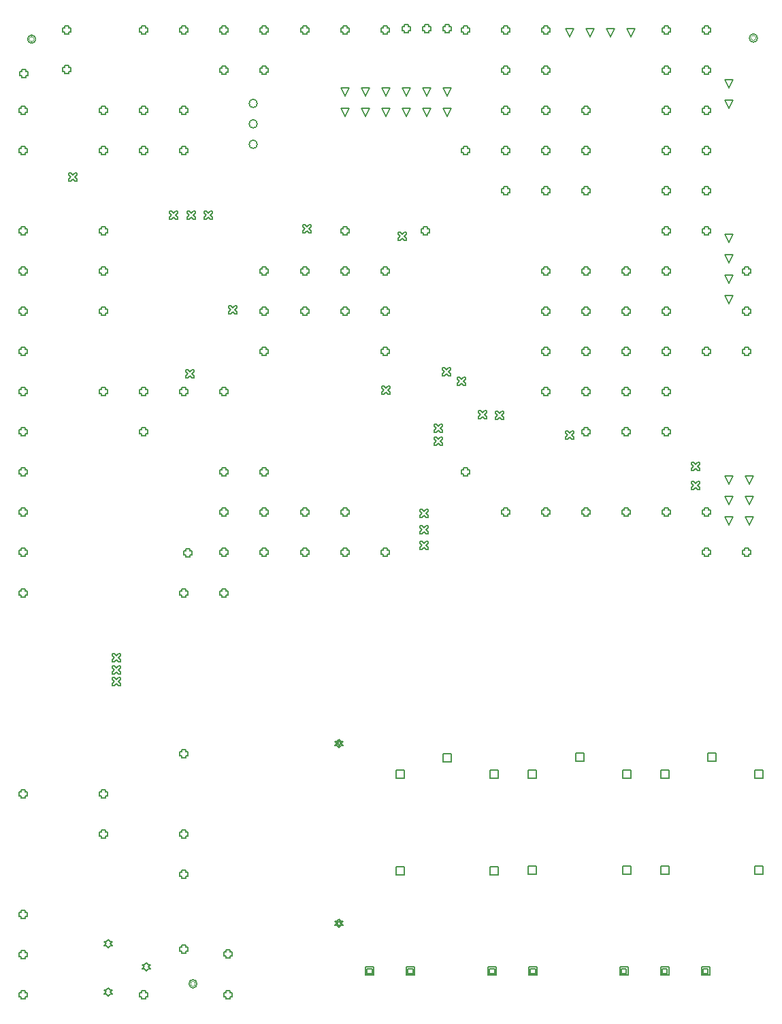
<source format=gbr>
G04*
G04 #@! TF.GenerationSoftware,Altium Limited,Altium Designer,24.2.2 (26)*
G04*
G04 Layer_Color=2752767*
%FSLAX44Y44*%
%MOMM*%
G71*
G04*
G04 #@! TF.SameCoordinates,B60BE1A1-B81C-4E43-A62B-C970C25FC29D*
G04*
G04*
G04 #@! TF.FilePolarity,Positive*
G04*
G01*
G75*
%ADD15C,0.1270*%
%ADD134C,0.1693*%
%ADD135C,0.1016*%
D15*
X855980Y1491488D02*
X850900Y1501648D01*
X861060D01*
X855980Y1491488D01*
X830580D02*
X825500Y1501648D01*
X835660D01*
X830580Y1491488D01*
X805180D02*
X800100Y1501648D01*
X810260D01*
X805180Y1491488D01*
X779780D02*
X774700Y1501648D01*
X784860D01*
X779780Y1491488D01*
X252740Y329360D02*
X255280Y331900D01*
X257820D01*
X255280Y334440D01*
X257820Y336980D01*
X255280D01*
X252740Y339520D01*
X250200Y336980D01*
X247660D01*
X250200Y334440D01*
X247660Y331900D01*
X250200D01*
X252740Y329360D01*
X205740Y298360D02*
X208280Y300900D01*
X210820D01*
X208280Y303440D01*
X210820Y305980D01*
X208280D01*
X205740Y308520D01*
X203200Y305980D01*
X200660D01*
X203200Y303440D01*
X200660Y300900D01*
X203200D01*
X205740Y298360D01*
Y358360D02*
X208280Y360900D01*
X210820D01*
X208280Y363440D01*
X210820Y365980D01*
X208280D01*
X205740Y368520D01*
X203200Y365980D01*
X200660D01*
X203200Y363440D01*
X200660Y360900D01*
X203200D01*
X205740Y358360D01*
X576580Y324480D02*
Y334640D01*
X586740D01*
Y324480D01*
X576580D01*
X578612Y326512D02*
Y332608D01*
X584708D01*
Y326512D01*
X578612D01*
X525780Y324480D02*
Y334640D01*
X535940D01*
Y324480D01*
X525780D01*
X527812Y326512D02*
Y332608D01*
X533908D01*
Y326512D01*
X527812D01*
X1003300Y883920D02*
X998220Y894080D01*
X1008380D01*
X1003300Y883920D01*
X977900D02*
X972820Y894080D01*
X982980D01*
X977900Y883920D01*
X1003300Y909320D02*
X998220Y919480D01*
X1008380D01*
X1003300Y909320D01*
X977900D02*
X972820Y919480D01*
X982980D01*
X977900Y909320D01*
X1003300Y934720D02*
X998220Y944880D01*
X1008380D01*
X1003300Y934720D01*
X977900D02*
X972820Y944880D01*
X982980D01*
X977900Y934720D01*
X728980Y324480D02*
Y334640D01*
X739140D01*
Y324480D01*
X728980D01*
X731012Y326512D02*
Y332608D01*
X737108D01*
Y326512D01*
X731012D01*
X678180Y324480D02*
Y334640D01*
X688340D01*
Y324480D01*
X678180D01*
X680212Y326512D02*
Y332608D01*
X686308D01*
Y326512D01*
X680212D01*
X842010Y324480D02*
Y334640D01*
X852170D01*
Y324480D01*
X842010D01*
X844042Y326512D02*
Y332608D01*
X850138D01*
Y326512D01*
X844042D01*
X892810Y324480D02*
Y334640D01*
X902970D01*
Y324480D01*
X892810D01*
X894842Y326512D02*
Y332608D01*
X900938D01*
Y326512D01*
X894842D01*
X943610Y324480D02*
Y334640D01*
X953770D01*
Y324480D01*
X943610D01*
X945642Y326512D02*
Y332608D01*
X951738D01*
Y326512D01*
X945642D01*
X574040Y1498600D02*
Y1496060D01*
X579120D01*
Y1498600D01*
X581660D01*
Y1503680D01*
X579120D01*
Y1506220D01*
X574040D01*
Y1503680D01*
X571500D01*
Y1498600D01*
X574040D01*
X599440D02*
Y1496060D01*
X604520D01*
Y1498600D01*
X607060D01*
Y1503680D01*
X604520D01*
Y1506220D01*
X599440D01*
Y1503680D01*
X596900D01*
Y1498600D01*
X599440D01*
X624840D02*
Y1496060D01*
X629920D01*
Y1498600D01*
X632460D01*
Y1503680D01*
X629920D01*
Y1506220D01*
X624840D01*
Y1503680D01*
X622300D01*
Y1498600D01*
X624840D01*
X977900Y1402510D02*
X972820Y1412670D01*
X982980D01*
X977900Y1402510D01*
Y1427910D02*
X972820Y1438070D01*
X982980D01*
X977900Y1427910D01*
Y1235710D02*
X972820Y1245870D01*
X982980D01*
X977900Y1235710D01*
Y1210310D02*
X972820Y1220470D01*
X982980D01*
X977900Y1210310D01*
Y1184910D02*
X972820Y1195070D01*
X982980D01*
X977900Y1184910D01*
Y1159510D02*
X972820Y1169670D01*
X982980D01*
X977900Y1159510D01*
X728320Y569580D02*
Y579740D01*
X738480D01*
Y569580D01*
X728320D01*
Y449580D02*
Y459740D01*
X738480D01*
Y449580D01*
X728320D01*
X845820Y569580D02*
Y579740D01*
X855980D01*
Y569580D01*
X845820D01*
Y449580D02*
Y459740D01*
X855980D01*
Y449580D01*
X845820D01*
X787070Y590080D02*
Y600240D01*
X797230D01*
Y590080D01*
X787070D01*
X563550Y569180D02*
Y579340D01*
X573710D01*
Y569180D01*
X563550D01*
Y449180D02*
Y459340D01*
X573710D01*
Y449180D01*
X563550D01*
X681050Y569180D02*
Y579340D01*
X691210D01*
Y569180D01*
X681050D01*
Y449180D02*
Y459340D01*
X691210D01*
Y449180D01*
X681050D01*
X622300Y589680D02*
Y599840D01*
X632460D01*
Y589680D01*
X622300D01*
X892810Y569580D02*
Y579740D01*
X902970D01*
Y569580D01*
X892810D01*
Y449580D02*
Y459740D01*
X902970D01*
Y449580D01*
X892810D01*
X1010310Y569580D02*
Y579740D01*
X1020470D01*
Y569580D01*
X1010310D01*
Y449580D02*
Y459740D01*
X1020470D01*
Y449580D01*
X1010310D01*
X951560Y590080D02*
Y600240D01*
X961720D01*
Y590080D01*
X951560D01*
X493014Y607822D02*
X495554Y610362D01*
X498094D01*
X495554Y612902D01*
X498094Y615442D01*
X495554D01*
X493014Y617982D01*
X490474Y615442D01*
X487934D01*
X490474Y612902D01*
X487934Y610362D01*
X490474D01*
X493014Y607822D01*
Y609854D02*
X494538Y611378D01*
X496062D01*
X494538Y612902D01*
X496062Y614426D01*
X494538D01*
X493014Y615950D01*
X491490Y614426D01*
X489966D01*
X491490Y612902D01*
X489966Y611378D01*
X491490D01*
X493014Y609854D01*
X492760Y383540D02*
X495300Y386080D01*
X497840D01*
X495300Y388620D01*
X497840Y391160D01*
X495300D01*
X492760Y393700D01*
X490220Y391160D01*
X487680D01*
X490220Y388620D01*
X487680Y386080D01*
X490220D01*
X492760Y383540D01*
Y385572D02*
X494284Y387096D01*
X495808D01*
X494284Y388620D01*
X495808Y390144D01*
X494284D01*
X492760Y391668D01*
X491236Y390144D01*
X489712D01*
X491236Y388620D01*
X489712Y387096D01*
X491236D01*
X492760Y385572D01*
X627380Y1417320D02*
X622300Y1427480D01*
X632460D01*
X627380Y1417320D01*
Y1391920D02*
X622300Y1402080D01*
X632460D01*
X627380Y1391920D01*
X601980Y1417320D02*
X596900Y1427480D01*
X607060D01*
X601980Y1417320D01*
X576580D02*
X571500Y1427480D01*
X581660D01*
X576580Y1417320D01*
X551180D02*
X546100Y1427480D01*
X556260D01*
X551180Y1417320D01*
X525780D02*
X520700Y1427480D01*
X530860D01*
X525780Y1417320D01*
X500380D02*
X495300Y1427480D01*
X505460D01*
X500380Y1417320D01*
X601980Y1391920D02*
X596900Y1402080D01*
X607060D01*
X601980Y1391920D01*
X576580D02*
X571500Y1402080D01*
X581660D01*
X576580Y1391920D01*
X551180D02*
X546100Y1402080D01*
X556260D01*
X551180Y1391920D01*
X525780D02*
X520700Y1402080D01*
X530860D01*
X525780Y1391920D01*
X500380D02*
X495300Y1402080D01*
X505460D01*
X500380Y1391920D01*
X610870Y982980D02*
X613410D01*
X615950Y985520D01*
X618490Y982980D01*
X621030D01*
Y985520D01*
X618490Y988060D01*
X621030Y990600D01*
Y993140D01*
X618490D01*
X615950Y990600D01*
X613410Y993140D01*
X610870D01*
Y990600D01*
X613410Y988060D01*
X610870Y985520D01*
Y982980D01*
Y999490D02*
X613410D01*
X615950Y1002030D01*
X618490Y999490D01*
X621030D01*
Y1002030D01*
X618490Y1004570D01*
X621030Y1007110D01*
Y1009650D01*
X618490D01*
X615950Y1007110D01*
X613410Y1009650D01*
X610870D01*
Y1007110D01*
X613410Y1004570D01*
X610870Y1002030D01*
Y999490D01*
X302260Y847090D02*
Y844550D01*
X307340D01*
Y847090D01*
X309880D01*
Y852170D01*
X307340D01*
Y854710D01*
X302260D01*
Y852170D01*
X299720D01*
Y847090D01*
X302260D01*
X281940Y1264469D02*
X284480D01*
X287020Y1267009D01*
X289560Y1264469D01*
X292100D01*
Y1267009D01*
X289560Y1269548D01*
X292100Y1272088D01*
Y1274629D01*
X289560D01*
X287020Y1272088D01*
X284480Y1274629D01*
X281940D01*
Y1272088D01*
X284480Y1269548D01*
X281940Y1267009D01*
Y1264469D01*
X303530D02*
X306070D01*
X308610Y1267009D01*
X311150Y1264469D01*
X313690D01*
Y1267009D01*
X311150Y1269548D01*
X313690Y1272088D01*
Y1274629D01*
X311150D01*
X308610Y1272088D01*
X306070Y1274629D01*
X303530D01*
Y1272088D01*
X306070Y1269548D01*
X303530Y1267009D01*
Y1264469D01*
X197460Y1147460D02*
Y1144920D01*
X202540D01*
Y1147460D01*
X205080D01*
Y1152540D01*
X202540D01*
Y1155080D01*
X197460D01*
Y1152540D01*
X194920D01*
Y1147460D01*
X197460D01*
X547460Y847460D02*
Y844920D01*
X552540D01*
Y847460D01*
X555080D01*
Y852540D01*
X552540D01*
Y855080D01*
X547460D01*
Y852540D01*
X544920D01*
Y847460D01*
X547460D01*
X151130Y1497330D02*
Y1494790D01*
X156210D01*
Y1497330D01*
X158750D01*
Y1502410D01*
X156210D01*
Y1504950D01*
X151130D01*
Y1502410D01*
X148590D01*
Y1497330D01*
X151130D01*
X97790Y1442720D02*
Y1440180D01*
X102870D01*
Y1442720D01*
X105410D01*
Y1447800D01*
X102870D01*
Y1450340D01*
X97790D01*
Y1447800D01*
X95250D01*
Y1442720D01*
X97790D01*
X151130Y1447800D02*
Y1445260D01*
X156210D01*
Y1447800D01*
X158750D01*
Y1452880D01*
X156210D01*
Y1455420D01*
X151130D01*
Y1452880D01*
X148590D01*
Y1447800D01*
X151130D01*
X351790Y297180D02*
Y294640D01*
X356870D01*
Y297180D01*
X359410D01*
Y302260D01*
X356870D01*
Y304800D01*
X351790D01*
Y302260D01*
X349250D01*
Y297180D01*
X351790D01*
X297180Y354330D02*
Y351790D01*
X302260D01*
Y354330D01*
X304800D01*
Y359410D01*
X302260D01*
Y361950D01*
X297180D01*
Y359410D01*
X294640D01*
Y354330D01*
X297180D01*
X351790Y347980D02*
Y345440D01*
X356870D01*
Y347980D01*
X359410D01*
Y353060D01*
X356870D01*
Y355600D01*
X351790D01*
Y353060D01*
X349250D01*
Y347980D01*
X351790D01*
X997460Y1197460D02*
Y1194920D01*
X1002540D01*
Y1197460D01*
X1005080D01*
Y1202540D01*
X1002540D01*
Y1205080D01*
X997460D01*
Y1202540D01*
X994920D01*
Y1197460D01*
X997460D01*
Y1147460D02*
Y1144920D01*
X1002540D01*
Y1147460D01*
X1005080D01*
Y1152540D01*
X1002540D01*
Y1155080D01*
X997460D01*
Y1152540D01*
X994920D01*
Y1147460D01*
X997460D01*
Y1097460D02*
Y1094920D01*
X1002540D01*
Y1097460D01*
X1005080D01*
Y1102540D01*
X1002540D01*
Y1105080D01*
X997460D01*
Y1102540D01*
X994920D01*
Y1097460D01*
X997460D01*
Y847460D02*
Y844920D01*
X1002540D01*
Y847460D01*
X1005080D01*
Y852540D01*
X1002540D01*
Y855080D01*
X997460D01*
Y852540D01*
X994920D01*
Y847460D01*
X997460D01*
X947460Y1497460D02*
Y1494920D01*
X952540D01*
Y1497460D01*
X955080D01*
Y1502540D01*
X952540D01*
Y1505080D01*
X947460D01*
Y1502540D01*
X944920D01*
Y1497460D01*
X947460D01*
Y1447460D02*
Y1444920D01*
X952540D01*
Y1447460D01*
X955080D01*
Y1452540D01*
X952540D01*
Y1455080D01*
X947460D01*
Y1452540D01*
X944920D01*
Y1447460D01*
X947460D01*
Y1397460D02*
Y1394920D01*
X952540D01*
Y1397460D01*
X955080D01*
Y1402540D01*
X952540D01*
Y1405080D01*
X947460D01*
Y1402540D01*
X944920D01*
Y1397460D01*
X947460D01*
Y1347460D02*
Y1344920D01*
X952540D01*
Y1347460D01*
X955080D01*
Y1352540D01*
X952540D01*
Y1355080D01*
X947460D01*
Y1352540D01*
X944920D01*
Y1347460D01*
X947460D01*
Y1297460D02*
Y1294920D01*
X952540D01*
Y1297460D01*
X955080D01*
Y1302540D01*
X952540D01*
Y1305080D01*
X947460D01*
Y1302540D01*
X944920D01*
Y1297460D01*
X947460D01*
Y1247460D02*
Y1244920D01*
X952540D01*
Y1247460D01*
X955080D01*
Y1252540D01*
X952540D01*
Y1255080D01*
X947460D01*
Y1252540D01*
X944920D01*
Y1247460D01*
X947460D01*
Y1097460D02*
Y1094920D01*
X952540D01*
Y1097460D01*
X955080D01*
Y1102540D01*
X952540D01*
Y1105080D01*
X947460D01*
Y1102540D01*
X944920D01*
Y1097460D01*
X947460D01*
Y897460D02*
Y894920D01*
X952540D01*
Y897460D01*
X955080D01*
Y902540D01*
X952540D01*
Y905080D01*
X947460D01*
Y902540D01*
X944920D01*
Y897460D01*
X947460D01*
Y847460D02*
Y844920D01*
X952540D01*
Y847460D01*
X955080D01*
Y852540D01*
X952540D01*
Y855080D01*
X947460D01*
Y852540D01*
X944920D01*
Y847460D01*
X947460D01*
X897460Y1497460D02*
Y1494920D01*
X902540D01*
Y1497460D01*
X905080D01*
Y1502540D01*
X902540D01*
Y1505080D01*
X897460D01*
Y1502540D01*
X894920D01*
Y1497460D01*
X897460D01*
Y1447460D02*
Y1444920D01*
X902540D01*
Y1447460D01*
X905080D01*
Y1452540D01*
X902540D01*
Y1455080D01*
X897460D01*
Y1452540D01*
X894920D01*
Y1447460D01*
X897460D01*
Y1397460D02*
Y1394920D01*
X902540D01*
Y1397460D01*
X905080D01*
Y1402540D01*
X902540D01*
Y1405080D01*
X897460D01*
Y1402540D01*
X894920D01*
Y1397460D01*
X897460D01*
Y1347460D02*
Y1344920D01*
X902540D01*
Y1347460D01*
X905080D01*
Y1352540D01*
X902540D01*
Y1355080D01*
X897460D01*
Y1352540D01*
X894920D01*
Y1347460D01*
X897460D01*
Y1297460D02*
Y1294920D01*
X902540D01*
Y1297460D01*
X905080D01*
Y1302540D01*
X902540D01*
Y1305080D01*
X897460D01*
Y1302540D01*
X894920D01*
Y1297460D01*
X897460D01*
Y1247460D02*
Y1244920D01*
X902540D01*
Y1247460D01*
X905080D01*
Y1252540D01*
X902540D01*
Y1255080D01*
X897460D01*
Y1252540D01*
X894920D01*
Y1247460D01*
X897460D01*
Y1197460D02*
Y1194920D01*
X902540D01*
Y1197460D01*
X905080D01*
Y1202540D01*
X902540D01*
Y1205080D01*
X897460D01*
Y1202540D01*
X894920D01*
Y1197460D01*
X897460D01*
Y1147460D02*
Y1144920D01*
X902540D01*
Y1147460D01*
X905080D01*
Y1152540D01*
X902540D01*
Y1155080D01*
X897460D01*
Y1152540D01*
X894920D01*
Y1147460D01*
X897460D01*
Y1097460D02*
Y1094920D01*
X902540D01*
Y1097460D01*
X905080D01*
Y1102540D01*
X902540D01*
Y1105080D01*
X897460D01*
Y1102540D01*
X894920D01*
Y1097460D01*
X897460D01*
Y1047460D02*
Y1044920D01*
X902540D01*
Y1047460D01*
X905080D01*
Y1052540D01*
X902540D01*
Y1055080D01*
X897460D01*
Y1052540D01*
X894920D01*
Y1047460D01*
X897460D01*
Y997460D02*
Y994920D01*
X902540D01*
Y997460D01*
X905080D01*
Y1002540D01*
X902540D01*
Y1005080D01*
X897460D01*
Y1002540D01*
X894920D01*
Y997460D01*
X897460D01*
Y897460D02*
Y894920D01*
X902540D01*
Y897460D01*
X905080D01*
Y902540D01*
X902540D01*
Y905080D01*
X897460D01*
Y902540D01*
X894920D01*
Y897460D01*
X897460D01*
X847460Y1197460D02*
Y1194920D01*
X852540D01*
Y1197460D01*
X855080D01*
Y1202540D01*
X852540D01*
Y1205080D01*
X847460D01*
Y1202540D01*
X844920D01*
Y1197460D01*
X847460D01*
Y1147460D02*
Y1144920D01*
X852540D01*
Y1147460D01*
X855080D01*
Y1152540D01*
X852540D01*
Y1155080D01*
X847460D01*
Y1152540D01*
X844920D01*
Y1147460D01*
X847460D01*
Y1097460D02*
Y1094920D01*
X852540D01*
Y1097460D01*
X855080D01*
Y1102540D01*
X852540D01*
Y1105080D01*
X847460D01*
Y1102540D01*
X844920D01*
Y1097460D01*
X847460D01*
Y1047460D02*
Y1044920D01*
X852540D01*
Y1047460D01*
X855080D01*
Y1052540D01*
X852540D01*
Y1055080D01*
X847460D01*
Y1052540D01*
X844920D01*
Y1047460D01*
X847460D01*
Y997460D02*
Y994920D01*
X852540D01*
Y997460D01*
X855080D01*
Y1002540D01*
X852540D01*
Y1005080D01*
X847460D01*
Y1002540D01*
X844920D01*
Y997460D01*
X847460D01*
Y897460D02*
Y894920D01*
X852540D01*
Y897460D01*
X855080D01*
Y902540D01*
X852540D01*
Y905080D01*
X847460D01*
Y902540D01*
X844920D01*
Y897460D01*
X847460D01*
X797460Y1397460D02*
Y1394920D01*
X802540D01*
Y1397460D01*
X805080D01*
Y1402540D01*
X802540D01*
Y1405080D01*
X797460D01*
Y1402540D01*
X794920D01*
Y1397460D01*
X797460D01*
Y1347460D02*
Y1344920D01*
X802540D01*
Y1347460D01*
X805080D01*
Y1352540D01*
X802540D01*
Y1355080D01*
X797460D01*
Y1352540D01*
X794920D01*
Y1347460D01*
X797460D01*
Y1297460D02*
Y1294920D01*
X802540D01*
Y1297460D01*
X805080D01*
Y1302540D01*
X802540D01*
Y1305080D01*
X797460D01*
Y1302540D01*
X794920D01*
Y1297460D01*
X797460D01*
Y1197460D02*
Y1194920D01*
X802540D01*
Y1197460D01*
X805080D01*
Y1202540D01*
X802540D01*
Y1205080D01*
X797460D01*
Y1202540D01*
X794920D01*
Y1197460D01*
X797460D01*
Y1147460D02*
Y1144920D01*
X802540D01*
Y1147460D01*
X805080D01*
Y1152540D01*
X802540D01*
Y1155080D01*
X797460D01*
Y1152540D01*
X794920D01*
Y1147460D01*
X797460D01*
Y1097460D02*
Y1094920D01*
X802540D01*
Y1097460D01*
X805080D01*
Y1102540D01*
X802540D01*
Y1105080D01*
X797460D01*
Y1102540D01*
X794920D01*
Y1097460D01*
X797460D01*
Y1047460D02*
Y1044920D01*
X802540D01*
Y1047460D01*
X805080D01*
Y1052540D01*
X802540D01*
Y1055080D01*
X797460D01*
Y1052540D01*
X794920D01*
Y1047460D01*
X797460D01*
Y997460D02*
Y994920D01*
X802540D01*
Y997460D01*
X805080D01*
Y1002540D01*
X802540D01*
Y1005080D01*
X797460D01*
Y1002540D01*
X794920D01*
Y997460D01*
X797460D01*
Y897460D02*
Y894920D01*
X802540D01*
Y897460D01*
X805080D01*
Y902540D01*
X802540D01*
Y905080D01*
X797460D01*
Y902540D01*
X794920D01*
Y897460D01*
X797460D01*
X747460Y1497460D02*
Y1494920D01*
X752540D01*
Y1497460D01*
X755080D01*
Y1502540D01*
X752540D01*
Y1505080D01*
X747460D01*
Y1502540D01*
X744920D01*
Y1497460D01*
X747460D01*
Y1447460D02*
Y1444920D01*
X752540D01*
Y1447460D01*
X755080D01*
Y1452540D01*
X752540D01*
Y1455080D01*
X747460D01*
Y1452540D01*
X744920D01*
Y1447460D01*
X747460D01*
Y1397460D02*
Y1394920D01*
X752540D01*
Y1397460D01*
X755080D01*
Y1402540D01*
X752540D01*
Y1405080D01*
X747460D01*
Y1402540D01*
X744920D01*
Y1397460D01*
X747460D01*
Y1347460D02*
Y1344920D01*
X752540D01*
Y1347460D01*
X755080D01*
Y1352540D01*
X752540D01*
Y1355080D01*
X747460D01*
Y1352540D01*
X744920D01*
Y1347460D01*
X747460D01*
Y1297460D02*
Y1294920D01*
X752540D01*
Y1297460D01*
X755080D01*
Y1302540D01*
X752540D01*
Y1305080D01*
X747460D01*
Y1302540D01*
X744920D01*
Y1297460D01*
X747460D01*
Y1197460D02*
Y1194920D01*
X752540D01*
Y1197460D01*
X755080D01*
Y1202540D01*
X752540D01*
Y1205080D01*
X747460D01*
Y1202540D01*
X744920D01*
Y1197460D01*
X747460D01*
Y1147460D02*
Y1144920D01*
X752540D01*
Y1147460D01*
X755080D01*
Y1152540D01*
X752540D01*
Y1155080D01*
X747460D01*
Y1152540D01*
X744920D01*
Y1147460D01*
X747460D01*
Y1097460D02*
Y1094920D01*
X752540D01*
Y1097460D01*
X755080D01*
Y1102540D01*
X752540D01*
Y1105080D01*
X747460D01*
Y1102540D01*
X744920D01*
Y1097460D01*
X747460D01*
Y1047460D02*
Y1044920D01*
X752540D01*
Y1047460D01*
X755080D01*
Y1052540D01*
X752540D01*
Y1055080D01*
X747460D01*
Y1052540D01*
X744920D01*
Y1047460D01*
X747460D01*
Y897460D02*
Y894920D01*
X752540D01*
Y897460D01*
X755080D01*
Y902540D01*
X752540D01*
Y905080D01*
X747460D01*
Y902540D01*
X744920D01*
Y897460D01*
X747460D01*
X697460Y1497460D02*
Y1494920D01*
X702540D01*
Y1497460D01*
X705080D01*
Y1502540D01*
X702540D01*
Y1505080D01*
X697460D01*
Y1502540D01*
X694920D01*
Y1497460D01*
X697460D01*
Y1447460D02*
Y1444920D01*
X702540D01*
Y1447460D01*
X705080D01*
Y1452540D01*
X702540D01*
Y1455080D01*
X697460D01*
Y1452540D01*
X694920D01*
Y1447460D01*
X697460D01*
Y1397460D02*
Y1394920D01*
X702540D01*
Y1397460D01*
X705080D01*
Y1402540D01*
X702540D01*
Y1405080D01*
X697460D01*
Y1402540D01*
X694920D01*
Y1397460D01*
X697460D01*
Y1347460D02*
Y1344920D01*
X702540D01*
Y1347460D01*
X705080D01*
Y1352540D01*
X702540D01*
Y1355080D01*
X697460D01*
Y1352540D01*
X694920D01*
Y1347460D01*
X697460D01*
Y1297460D02*
Y1294920D01*
X702540D01*
Y1297460D01*
X705080D01*
Y1302540D01*
X702540D01*
Y1305080D01*
X697460D01*
Y1302540D01*
X694920D01*
Y1297460D01*
X697460D01*
Y897460D02*
Y894920D01*
X702540D01*
Y897460D01*
X705080D01*
Y902540D01*
X702540D01*
Y905080D01*
X697460D01*
Y902540D01*
X694920D01*
Y897460D01*
X697460D01*
X647460Y1497460D02*
Y1494920D01*
X652540D01*
Y1497460D01*
X655080D01*
Y1502540D01*
X652540D01*
Y1505080D01*
X647460D01*
Y1502540D01*
X644920D01*
Y1497460D01*
X647460D01*
Y1347460D02*
Y1344920D01*
X652540D01*
Y1347460D01*
X655080D01*
Y1352540D01*
X652540D01*
Y1355080D01*
X647460D01*
Y1352540D01*
X644920D01*
Y1347460D01*
X647460D01*
Y947460D02*
Y944920D01*
X652540D01*
Y947460D01*
X655080D01*
Y952540D01*
X652540D01*
Y955080D01*
X647460D01*
Y952540D01*
X644920D01*
Y947460D01*
X647460D01*
X597460Y1247460D02*
Y1244920D01*
X602540D01*
Y1247460D01*
X605080D01*
Y1252540D01*
X602540D01*
Y1255080D01*
X597460D01*
Y1252540D01*
X594920D01*
Y1247460D01*
X597460D01*
X547460Y1497460D02*
Y1494920D01*
X552540D01*
Y1497460D01*
X555080D01*
Y1502540D01*
X552540D01*
Y1505080D01*
X547460D01*
Y1502540D01*
X544920D01*
Y1497460D01*
X547460D01*
Y1197460D02*
Y1194920D01*
X552540D01*
Y1197460D01*
X555080D01*
Y1202540D01*
X552540D01*
Y1205080D01*
X547460D01*
Y1202540D01*
X544920D01*
Y1197460D01*
X547460D01*
Y1147460D02*
Y1144920D01*
X552540D01*
Y1147460D01*
X555080D01*
Y1152540D01*
X552540D01*
Y1155080D01*
X547460D01*
Y1152540D01*
X544920D01*
Y1147460D01*
X547460D01*
Y1097460D02*
Y1094920D01*
X552540D01*
Y1097460D01*
X555080D01*
Y1102540D01*
X552540D01*
Y1105080D01*
X547460D01*
Y1102540D01*
X544920D01*
Y1097460D01*
X547460D01*
X497460Y1497460D02*
Y1494920D01*
X502540D01*
Y1497460D01*
X505080D01*
Y1502540D01*
X502540D01*
Y1505080D01*
X497460D01*
Y1502540D01*
X494920D01*
Y1497460D01*
X497460D01*
Y1247460D02*
Y1244920D01*
X502540D01*
Y1247460D01*
X505080D01*
Y1252540D01*
X502540D01*
Y1255080D01*
X497460D01*
Y1252540D01*
X494920D01*
Y1247460D01*
X497460D01*
Y1197460D02*
Y1194920D01*
X502540D01*
Y1197460D01*
X505080D01*
Y1202540D01*
X502540D01*
Y1205080D01*
X497460D01*
Y1202540D01*
X494920D01*
Y1197460D01*
X497460D01*
Y1147460D02*
Y1144920D01*
X502540D01*
Y1147460D01*
X505080D01*
Y1152540D01*
X502540D01*
Y1155080D01*
X497460D01*
Y1152540D01*
X494920D01*
Y1147460D01*
X497460D01*
Y897460D02*
Y894920D01*
X502540D01*
Y897460D01*
X505080D01*
Y902540D01*
X502540D01*
Y905080D01*
X497460D01*
Y902540D01*
X494920D01*
Y897460D01*
X497460D01*
Y847460D02*
Y844920D01*
X502540D01*
Y847460D01*
X505080D01*
Y852540D01*
X502540D01*
Y855080D01*
X497460D01*
Y852540D01*
X494920D01*
Y847460D01*
X497460D01*
X447460Y1497460D02*
Y1494920D01*
X452540D01*
Y1497460D01*
X455080D01*
Y1502540D01*
X452540D01*
Y1505080D01*
X447460D01*
Y1502540D01*
X444920D01*
Y1497460D01*
X447460D01*
Y1197460D02*
Y1194920D01*
X452540D01*
Y1197460D01*
X455080D01*
Y1202540D01*
X452540D01*
Y1205080D01*
X447460D01*
Y1202540D01*
X444920D01*
Y1197460D01*
X447460D01*
Y1147460D02*
Y1144920D01*
X452540D01*
Y1147460D01*
X455080D01*
Y1152540D01*
X452540D01*
Y1155080D01*
X447460D01*
Y1152540D01*
X444920D01*
Y1147460D01*
X447460D01*
Y897460D02*
Y894920D01*
X452540D01*
Y897460D01*
X455080D01*
Y902540D01*
X452540D01*
Y905080D01*
X447460D01*
Y902540D01*
X444920D01*
Y897460D01*
X447460D01*
Y847460D02*
Y844920D01*
X452540D01*
Y847460D01*
X455080D01*
Y852540D01*
X452540D01*
Y855080D01*
X447460D01*
Y852540D01*
X444920D01*
Y847460D01*
X447460D01*
X397460Y1497460D02*
Y1494920D01*
X402540D01*
Y1497460D01*
X405080D01*
Y1502540D01*
X402540D01*
Y1505080D01*
X397460D01*
Y1502540D01*
X394920D01*
Y1497460D01*
X397460D01*
Y1447460D02*
Y1444920D01*
X402540D01*
Y1447460D01*
X405080D01*
Y1452540D01*
X402540D01*
Y1455080D01*
X397460D01*
Y1452540D01*
X394920D01*
Y1447460D01*
X397460D01*
Y1197460D02*
Y1194920D01*
X402540D01*
Y1197460D01*
X405080D01*
Y1202540D01*
X402540D01*
Y1205080D01*
X397460D01*
Y1202540D01*
X394920D01*
Y1197460D01*
X397460D01*
Y1147460D02*
Y1144920D01*
X402540D01*
Y1147460D01*
X405080D01*
Y1152540D01*
X402540D01*
Y1155080D01*
X397460D01*
Y1152540D01*
X394920D01*
Y1147460D01*
X397460D01*
Y1097460D02*
Y1094920D01*
X402540D01*
Y1097460D01*
X405080D01*
Y1102540D01*
X402540D01*
Y1105080D01*
X397460D01*
Y1102540D01*
X394920D01*
Y1097460D01*
X397460D01*
Y947460D02*
Y944920D01*
X402540D01*
Y947460D01*
X405080D01*
Y952540D01*
X402540D01*
Y955080D01*
X397460D01*
Y952540D01*
X394920D01*
Y947460D01*
X397460D01*
Y897460D02*
Y894920D01*
X402540D01*
Y897460D01*
X405080D01*
Y902540D01*
X402540D01*
Y905080D01*
X397460D01*
Y902540D01*
X394920D01*
Y897460D01*
X397460D01*
Y847460D02*
Y844920D01*
X402540D01*
Y847460D01*
X405080D01*
Y852540D01*
X402540D01*
Y855080D01*
X397460D01*
Y852540D01*
X394920D01*
Y847460D01*
X397460D01*
X347460Y1497460D02*
Y1494920D01*
X352540D01*
Y1497460D01*
X355080D01*
Y1502540D01*
X352540D01*
Y1505080D01*
X347460D01*
Y1502540D01*
X344920D01*
Y1497460D01*
X347460D01*
Y1447460D02*
Y1444920D01*
X352540D01*
Y1447460D01*
X355080D01*
Y1452540D01*
X352540D01*
Y1455080D01*
X347460D01*
Y1452540D01*
X344920D01*
Y1447460D01*
X347460D01*
Y1047460D02*
Y1044920D01*
X352540D01*
Y1047460D01*
X355080D01*
Y1052540D01*
X352540D01*
Y1055080D01*
X347460D01*
Y1052540D01*
X344920D01*
Y1047460D01*
X347460D01*
Y947460D02*
Y944920D01*
X352540D01*
Y947460D01*
X355080D01*
Y952540D01*
X352540D01*
Y955080D01*
X347460D01*
Y952540D01*
X344920D01*
Y947460D01*
X347460D01*
Y897460D02*
Y894920D01*
X352540D01*
Y897460D01*
X355080D01*
Y902540D01*
X352540D01*
Y905080D01*
X347460D01*
Y902540D01*
X344920D01*
Y897460D01*
X347460D01*
Y847460D02*
Y844920D01*
X352540D01*
Y847460D01*
X355080D01*
Y852540D01*
X352540D01*
Y855080D01*
X347460D01*
Y852540D01*
X344920D01*
Y847460D01*
X347460D01*
Y797460D02*
Y794920D01*
X352540D01*
Y797460D01*
X355080D01*
Y802540D01*
X352540D01*
Y805080D01*
X347460D01*
Y802540D01*
X344920D01*
Y797460D01*
X347460D01*
X297460Y1497460D02*
Y1494920D01*
X302540D01*
Y1497460D01*
X305080D01*
Y1502540D01*
X302540D01*
Y1505080D01*
X297460D01*
Y1502540D01*
X294920D01*
Y1497460D01*
X297460D01*
Y1397460D02*
Y1394920D01*
X302540D01*
Y1397460D01*
X305080D01*
Y1402540D01*
X302540D01*
Y1405080D01*
X297460D01*
Y1402540D01*
X294920D01*
Y1397460D01*
X297460D01*
Y1347460D02*
Y1344920D01*
X302540D01*
Y1347460D01*
X305080D01*
Y1352540D01*
X302540D01*
Y1355080D01*
X297460D01*
Y1352540D01*
X294920D01*
Y1347460D01*
X297460D01*
Y1047460D02*
Y1044920D01*
X302540D01*
Y1047460D01*
X305080D01*
Y1052540D01*
X302540D01*
Y1055080D01*
X297460D01*
Y1052540D01*
X294920D01*
Y1047460D01*
X297460D01*
Y797460D02*
Y794920D01*
X302540D01*
Y797460D01*
X305080D01*
Y802540D01*
X302540D01*
Y805080D01*
X297460D01*
Y802540D01*
X294920D01*
Y797460D01*
X297460D01*
Y597460D02*
Y594920D01*
X302540D01*
Y597460D01*
X305080D01*
Y602540D01*
X302540D01*
Y605080D01*
X297460D01*
Y602540D01*
X294920D01*
Y597460D01*
X297460D01*
Y497460D02*
Y494920D01*
X302540D01*
Y497460D01*
X305080D01*
Y502540D01*
X302540D01*
Y505080D01*
X297460D01*
Y502540D01*
X294920D01*
Y497460D01*
X297460D01*
Y447460D02*
Y444920D01*
X302540D01*
Y447460D01*
X305080D01*
Y452540D01*
X302540D01*
Y455080D01*
X297460D01*
Y452540D01*
X294920D01*
Y447460D01*
X297460D01*
X247460Y1497460D02*
Y1494920D01*
X252540D01*
Y1497460D01*
X255080D01*
Y1502540D01*
X252540D01*
Y1505080D01*
X247460D01*
Y1502540D01*
X244920D01*
Y1497460D01*
X247460D01*
Y1397460D02*
Y1394920D01*
X252540D01*
Y1397460D01*
X255080D01*
Y1402540D01*
X252540D01*
Y1405080D01*
X247460D01*
Y1402540D01*
X244920D01*
Y1397460D01*
X247460D01*
Y1347460D02*
Y1344920D01*
X252540D01*
Y1347460D01*
X255080D01*
Y1352540D01*
X252540D01*
Y1355080D01*
X247460D01*
Y1352540D01*
X244920D01*
Y1347460D01*
X247460D01*
Y1047460D02*
Y1044920D01*
X252540D01*
Y1047460D01*
X255080D01*
Y1052540D01*
X252540D01*
Y1055080D01*
X247460D01*
Y1052540D01*
X244920D01*
Y1047460D01*
X247460D01*
Y997460D02*
Y994920D01*
X252540D01*
Y997460D01*
X255080D01*
Y1002540D01*
X252540D01*
Y1005080D01*
X247460D01*
Y1002540D01*
X244920D01*
Y997460D01*
X247460D01*
Y297460D02*
Y294920D01*
X252540D01*
Y297460D01*
X255080D01*
Y302540D01*
X252540D01*
Y305080D01*
X247460D01*
Y302540D01*
X244920D01*
Y297460D01*
X247460D01*
X197460Y1397460D02*
Y1394920D01*
X202540D01*
Y1397460D01*
X205080D01*
Y1402540D01*
X202540D01*
Y1405080D01*
X197460D01*
Y1402540D01*
X194920D01*
Y1397460D01*
X197460D01*
Y1347460D02*
Y1344920D01*
X202540D01*
Y1347460D01*
X205080D01*
Y1352540D01*
X202540D01*
Y1355080D01*
X197460D01*
Y1352540D01*
X194920D01*
Y1347460D01*
X197460D01*
Y1247460D02*
Y1244920D01*
X202540D01*
Y1247460D01*
X205080D01*
Y1252540D01*
X202540D01*
Y1255080D01*
X197460D01*
Y1252540D01*
X194920D01*
Y1247460D01*
X197460D01*
Y1197460D02*
Y1194920D01*
X202540D01*
Y1197460D01*
X205080D01*
Y1202540D01*
X202540D01*
Y1205080D01*
X197460D01*
Y1202540D01*
X194920D01*
Y1197460D01*
X197460D01*
Y1047460D02*
Y1044920D01*
X202540D01*
Y1047460D01*
X205080D01*
Y1052540D01*
X202540D01*
Y1055080D01*
X197460D01*
Y1052540D01*
X194920D01*
Y1047460D01*
X197460D01*
Y547460D02*
Y544920D01*
X202540D01*
Y547460D01*
X205080D01*
Y552540D01*
X202540D01*
Y555080D01*
X197460D01*
Y552540D01*
X194920D01*
Y547460D01*
X197460D01*
Y497460D02*
Y494920D01*
X202540D01*
Y497460D01*
X205080D01*
Y502540D01*
X202540D01*
Y505080D01*
X197460D01*
Y502540D01*
X194920D01*
Y497460D01*
X197460D01*
X97460Y1397460D02*
Y1394920D01*
X102540D01*
Y1397460D01*
X105080D01*
Y1402540D01*
X102540D01*
Y1405080D01*
X97460D01*
Y1402540D01*
X94920D01*
Y1397460D01*
X97460D01*
Y1347460D02*
Y1344920D01*
X102540D01*
Y1347460D01*
X105080D01*
Y1352540D01*
X102540D01*
Y1355080D01*
X97460D01*
Y1352540D01*
X94920D01*
Y1347460D01*
X97460D01*
Y1247460D02*
Y1244920D01*
X102540D01*
Y1247460D01*
X105080D01*
Y1252540D01*
X102540D01*
Y1255080D01*
X97460D01*
Y1252540D01*
X94920D01*
Y1247460D01*
X97460D01*
Y1197460D02*
Y1194920D01*
X102540D01*
Y1197460D01*
X105080D01*
Y1202540D01*
X102540D01*
Y1205080D01*
X97460D01*
Y1202540D01*
X94920D01*
Y1197460D01*
X97460D01*
Y1147460D02*
Y1144920D01*
X102540D01*
Y1147460D01*
X105080D01*
Y1152540D01*
X102540D01*
Y1155080D01*
X97460D01*
Y1152540D01*
X94920D01*
Y1147460D01*
X97460D01*
Y1097460D02*
Y1094920D01*
X102540D01*
Y1097460D01*
X105080D01*
Y1102540D01*
X102540D01*
Y1105080D01*
X97460D01*
Y1102540D01*
X94920D01*
Y1097460D01*
X97460D01*
Y1047460D02*
Y1044920D01*
X102540D01*
Y1047460D01*
X105080D01*
Y1052540D01*
X102540D01*
Y1055080D01*
X97460D01*
Y1052540D01*
X94920D01*
Y1047460D01*
X97460D01*
Y997460D02*
Y994920D01*
X102540D01*
Y997460D01*
X105080D01*
Y1002540D01*
X102540D01*
Y1005080D01*
X97460D01*
Y1002540D01*
X94920D01*
Y997460D01*
X97460D01*
Y947460D02*
Y944920D01*
X102540D01*
Y947460D01*
X105080D01*
Y952540D01*
X102540D01*
Y955080D01*
X97460D01*
Y952540D01*
X94920D01*
Y947460D01*
X97460D01*
Y897460D02*
Y894920D01*
X102540D01*
Y897460D01*
X105080D01*
Y902540D01*
X102540D01*
Y905080D01*
X97460D01*
Y902540D01*
X94920D01*
Y897460D01*
X97460D01*
Y847460D02*
Y844920D01*
X102540D01*
Y847460D01*
X105080D01*
Y852540D01*
X102540D01*
Y855080D01*
X97460D01*
Y852540D01*
X94920D01*
Y847460D01*
X97460D01*
Y797460D02*
Y794920D01*
X102540D01*
Y797460D01*
X105080D01*
Y802540D01*
X102540D01*
Y805080D01*
X97460D01*
Y802540D01*
X94920D01*
Y797460D01*
X97460D01*
Y547460D02*
Y544920D01*
X102540D01*
Y547460D01*
X105080D01*
Y552540D01*
X102540D01*
Y555080D01*
X97460D01*
Y552540D01*
X94920D01*
Y547460D01*
X97460D01*
Y397460D02*
Y394920D01*
X102540D01*
Y397460D01*
X105080D01*
Y402540D01*
X102540D01*
Y405080D01*
X97460D01*
Y402540D01*
X94920D01*
Y397460D01*
X97460D01*
Y347460D02*
Y344920D01*
X102540D01*
Y347460D01*
X105080D01*
Y352540D01*
X102540D01*
Y355080D01*
X97460D01*
Y352540D01*
X94920D01*
Y347460D01*
X97460D01*
Y297460D02*
Y294920D01*
X102540D01*
Y297460D01*
X105080D01*
Y302540D01*
X102540D01*
Y305080D01*
X97460D01*
Y302540D01*
X94920D01*
Y297460D01*
X97460D01*
X210820Y684530D02*
X213360D01*
X215900Y687070D01*
X218440Y684530D01*
X220980D01*
Y687070D01*
X218440Y689610D01*
X220980Y692150D01*
Y694690D01*
X218440D01*
X215900Y692150D01*
X213360Y694690D01*
X210820D01*
Y692150D01*
X213360Y689610D01*
X210820Y687070D01*
Y684530D01*
Y699135D02*
X213360D01*
X215900Y701675D01*
X218440Y699135D01*
X220980D01*
Y701675D01*
X218440Y704215D01*
X220980Y706755D01*
Y709295D01*
X218440D01*
X215900Y706755D01*
X213360Y709295D01*
X210820D01*
Y706755D01*
X213360Y704215D01*
X210820Y701675D01*
Y699135D01*
Y713740D02*
X213360D01*
X215900Y716280D01*
X218440Y713740D01*
X220980D01*
Y716280D01*
X218440Y718820D01*
X220980Y721360D01*
Y723900D01*
X218440D01*
X215900Y721360D01*
X213360Y723900D01*
X210820D01*
Y721360D01*
X213360Y718820D01*
X210820Y716280D01*
Y713740D01*
X774700Y990600D02*
X777240D01*
X779780Y993140D01*
X782320Y990600D01*
X784860D01*
Y993140D01*
X782320Y995680D01*
X784860Y998220D01*
Y1000760D01*
X782320D01*
X779780Y998220D01*
X777240Y1000760D01*
X774700D01*
Y998220D01*
X777240Y995680D01*
X774700Y993140D01*
Y990600D01*
X156210Y1311910D02*
X158750D01*
X161290Y1314450D01*
X163830Y1311910D01*
X166370D01*
Y1314450D01*
X163830Y1316990D01*
X166370Y1319530D01*
Y1322070D01*
X163830D01*
X161290Y1319530D01*
X158750Y1322070D01*
X156210D01*
Y1319530D01*
X158750Y1316990D01*
X156210Y1314450D01*
Y1311910D01*
X448280Y1247375D02*
X450820D01*
X453360Y1249915D01*
X455900Y1247375D01*
X458440D01*
Y1249915D01*
X455900Y1252456D01*
X458440Y1254995D01*
Y1257535D01*
X455900D01*
X453360Y1254995D01*
X450820Y1257535D01*
X448280D01*
Y1254995D01*
X450820Y1252456D01*
X448280Y1249915D01*
Y1247375D01*
X546100Y1046480D02*
X548640D01*
X551180Y1049020D01*
X553720Y1046480D01*
X556260D01*
Y1049020D01*
X553720Y1051560D01*
X556260Y1054100D01*
Y1056640D01*
X553720D01*
X551180Y1054100D01*
X548640Y1056640D01*
X546100D01*
Y1054100D01*
X548640Y1051560D01*
X546100Y1049020D01*
Y1046480D01*
X593090Y873595D02*
X595630D01*
X598170Y876135D01*
X600710Y873595D01*
X603250D01*
Y876135D01*
X600710Y878675D01*
X603250Y881215D01*
Y883755D01*
X600710D01*
X598170Y881215D01*
X595630Y883755D01*
X593090D01*
Y881215D01*
X595630Y878675D01*
X593090Y876135D01*
Y873595D01*
Y893749D02*
X595630D01*
X598170Y896289D01*
X600710Y893749D01*
X603250D01*
Y896289D01*
X600710Y898829D01*
X603250Y901369D01*
Y903909D01*
X600710D01*
X598170Y901369D01*
X595630Y903909D01*
X593090D01*
Y901369D01*
X595630Y898829D01*
X593090Y896289D01*
Y893749D01*
Y853440D02*
X595630D01*
X598170Y855980D01*
X600710Y853440D01*
X603250D01*
Y855980D01*
X600710Y858520D01*
X603250Y861060D01*
Y863600D01*
X600710D01*
X598170Y861060D01*
X595630Y863600D01*
X593090D01*
Y861060D01*
X595630Y858520D01*
X593090Y855980D01*
Y853440D01*
X302260Y1066800D02*
X304800D01*
X307340Y1069340D01*
X309880Y1066800D01*
X312420D01*
Y1069340D01*
X309880Y1071880D01*
X312420Y1074420D01*
Y1076960D01*
X309880D01*
X307340Y1074420D01*
X304800Y1076960D01*
X302260D01*
Y1074420D01*
X304800Y1071880D01*
X302260Y1069340D01*
Y1066800D01*
X355392Y1147089D02*
X357932D01*
X360472Y1149629D01*
X363012Y1147089D01*
X365552D01*
Y1149629D01*
X363012Y1152169D01*
X365552Y1154709D01*
Y1157249D01*
X363012D01*
X360472Y1154709D01*
X357932Y1157249D01*
X355392D01*
Y1154709D01*
X357932Y1152169D01*
X355392Y1149629D01*
Y1147089D01*
X325120Y1264469D02*
X327660D01*
X330200Y1267009D01*
X332740Y1264469D01*
X335280D01*
Y1267009D01*
X332740Y1269548D01*
X335280Y1272088D01*
Y1274629D01*
X332740D01*
X330200Y1272088D01*
X327660Y1274629D01*
X325120D01*
Y1272088D01*
X327660Y1269548D01*
X325120Y1267009D01*
Y1264469D01*
X566420Y1238250D02*
X568960D01*
X571500Y1240790D01*
X574040Y1238250D01*
X576580D01*
Y1240790D01*
X574040Y1243330D01*
X576580Y1245870D01*
Y1248410D01*
X574040D01*
X571500Y1245870D01*
X568960Y1248410D01*
X566420D01*
Y1245870D01*
X568960Y1243330D01*
X566420Y1240790D01*
Y1238250D01*
X687704Y1015100D02*
X690244D01*
X692784Y1017640D01*
X695324Y1015100D01*
X697864D01*
Y1017640D01*
X695324Y1020180D01*
X697864Y1022720D01*
Y1025260D01*
X695324D01*
X692784Y1022720D01*
X690244Y1025260D01*
X687704D01*
Y1022720D01*
X690244Y1020180D01*
X687704Y1017640D01*
Y1015100D01*
X666596Y1016065D02*
X669136D01*
X671676Y1018605D01*
X674216Y1016065D01*
X676756D01*
Y1018605D01*
X674216Y1021145D01*
X676756Y1023685D01*
Y1026225D01*
X674216D01*
X671676Y1023685D01*
X669136Y1026225D01*
X666596D01*
Y1023685D01*
X669136Y1021145D01*
X666596Y1018605D01*
Y1016065D01*
X640080Y1057910D02*
X642620D01*
X645160Y1060450D01*
X647700Y1057910D01*
X650240D01*
Y1060450D01*
X647700Y1062990D01*
X650240Y1065530D01*
Y1068070D01*
X647700D01*
X645160Y1065530D01*
X642620Y1068070D01*
X640080D01*
Y1065530D01*
X642620Y1062990D01*
X640080Y1060450D01*
Y1057910D01*
X621030Y1069340D02*
X623570D01*
X626110Y1071880D01*
X628650Y1069340D01*
X631190D01*
Y1071880D01*
X628650Y1074420D01*
X631190Y1076960D01*
Y1079500D01*
X628650D01*
X626110Y1076960D01*
X623570Y1079500D01*
X621030D01*
Y1076960D01*
X623570Y1074420D01*
X621030Y1071880D01*
Y1069340D01*
X931509Y928370D02*
X934049D01*
X936589Y930910D01*
X939129Y928370D01*
X941669D01*
Y930910D01*
X939129Y933450D01*
X941669Y935990D01*
Y938530D01*
X939129D01*
X936589Y935990D01*
X934049Y938530D01*
X931509D01*
Y935990D01*
X934049Y933450D01*
X931509Y930910D01*
Y928370D01*
Y951927D02*
X934049D01*
X936589Y954467D01*
X939129Y951927D01*
X941669D01*
Y954467D01*
X939129Y957007D01*
X941669Y959547D01*
Y962087D01*
X939129D01*
X936589Y959547D01*
X934049Y962087D01*
X931509D01*
Y959547D01*
X934049Y957007D01*
X931509Y954467D01*
Y951927D01*
D134*
X316230Y313690D02*
G03*
X316230Y313690I-5080J0D01*
G01*
X1013460Y1489710D02*
G03*
X1013460Y1489710I-5080J0D01*
G01*
X115570Y1488440D02*
G03*
X115570Y1488440I-5080J0D01*
G01*
X391160Y1408430D02*
G03*
X391160Y1408430I-5080J0D01*
G01*
Y1383030D02*
G03*
X391160Y1383030I-5080J0D01*
G01*
Y1357630D02*
G03*
X391160Y1357630I-5080J0D01*
G01*
D135*
X314198Y313690D02*
G03*
X314198Y313690I-3048J0D01*
G01*
X1011428Y1489710D02*
G03*
X1011428Y1489710I-3048J0D01*
G01*
X113538Y1488440D02*
G03*
X113538Y1488440I-3048J0D01*
G01*
M02*

</source>
